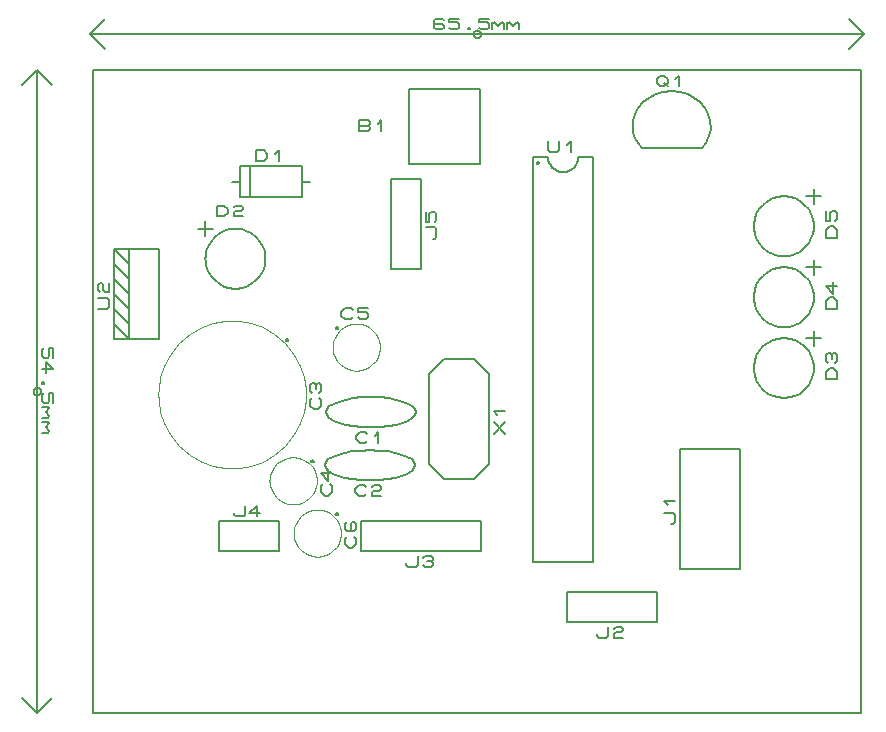
<source format=gbr>
G04 PROTEUS RS274X GERBER FILE*
%FSLAX45Y45*%
%MOMM*%
G01*
%ADD22C,0.203200*%
%ADD27C,0.120000*%
%ADD28C,0.200000*%
D22*
X+70569Y+50000D02*
X+6570569Y+50000D01*
X+6570569Y+5500000D01*
X+70569Y+5500000D01*
X+70569Y+50000D01*
X+373569Y+3219000D02*
X+627569Y+3219000D01*
X+627569Y+3981000D01*
X+373569Y+3981000D01*
X+373569Y+3219000D01*
X+246569Y+3219000D01*
X+246569Y+3981000D01*
X+373569Y+3981000D01*
X+373569Y+3219000D02*
X+246569Y+3346000D01*
X+373569Y+3346000D02*
X+246569Y+3473000D01*
X+373569Y+3473000D02*
X+246569Y+3600000D01*
X+373569Y+3600000D02*
X+246569Y+3727000D01*
X+373569Y+3727000D02*
X+246569Y+3854000D01*
X+373569Y+3854000D02*
X+246569Y+3981000D01*
X+114489Y+3473000D02*
X+190689Y+3473000D01*
X+205929Y+3488875D01*
X+205929Y+3552375D01*
X+190689Y+3568250D01*
X+114489Y+3568250D01*
X+129729Y+3615875D02*
X+114489Y+3631750D01*
X+114489Y+3679375D01*
X+129729Y+3695250D01*
X+144969Y+3695250D01*
X+160209Y+3679375D01*
X+160209Y+3631750D01*
X+175449Y+3615875D01*
X+205929Y+3615875D01*
X+205929Y+3695250D01*
D27*
X+1875569Y+2750000D02*
X+1873713Y+2798134D01*
X+1858658Y+2894404D01*
X+1827371Y+2990674D01*
X+1776966Y+3086944D01*
X+1701069Y+3183214D01*
X+1604968Y+3264807D01*
X+1508698Y+3319205D01*
X+1412428Y+3353678D01*
X+1316158Y+3371549D01*
X+1250569Y+3375000D01*
X+625569Y+2750000D02*
X+627425Y+2798134D01*
X+642480Y+2894404D01*
X+673767Y+2990674D01*
X+724172Y+3086944D01*
X+800069Y+3183214D01*
X+896170Y+3264807D01*
X+992440Y+3319205D01*
X+1088710Y+3353678D01*
X+1184980Y+3371549D01*
X+1250569Y+3375000D01*
X+625569Y+2750000D02*
X+627425Y+2701866D01*
X+642480Y+2605596D01*
X+673767Y+2509326D01*
X+724172Y+2413056D01*
X+800069Y+2316786D01*
X+896170Y+2235193D01*
X+992440Y+2180795D01*
X+1088710Y+2146322D01*
X+1184980Y+2128451D01*
X+1250569Y+2125000D01*
X+1875569Y+2750000D02*
X+1873713Y+2701866D01*
X+1858658Y+2605596D01*
X+1827371Y+2509326D01*
X+1776966Y+2413056D01*
X+1701069Y+2316786D01*
X+1604968Y+2235193D01*
X+1508698Y+2180795D01*
X+1412428Y+2146322D01*
X+1316158Y+2128451D01*
X+1250569Y+2125000D01*
D28*
X+1724569Y+3214000D02*
X+1724534Y+3214831D01*
X+1724253Y+3216495D01*
X+1723663Y+3218159D01*
X+1722699Y+3219823D01*
X+1721224Y+3221464D01*
X+1719560Y+3222665D01*
X+1717896Y+3223430D01*
X+1716232Y+3223861D01*
X+1714569Y+3224000D01*
X+1704569Y+3214000D02*
X+1704604Y+3214831D01*
X+1704885Y+3216495D01*
X+1705475Y+3218159D01*
X+1706439Y+3219823D01*
X+1707914Y+3221464D01*
X+1709578Y+3222665D01*
X+1711242Y+3223430D01*
X+1712906Y+3223861D01*
X+1714569Y+3224000D01*
X+1704569Y+3214000D02*
X+1704604Y+3213169D01*
X+1704885Y+3211505D01*
X+1705475Y+3209841D01*
X+1706439Y+3208177D01*
X+1707914Y+3206536D01*
X+1709578Y+3205335D01*
X+1711242Y+3204570D01*
X+1712906Y+3204139D01*
X+1714569Y+3204000D01*
X+1724569Y+3214000D02*
X+1724534Y+3213169D01*
X+1724253Y+3211505D01*
X+1723663Y+3209841D01*
X+1722699Y+3208177D01*
X+1721224Y+3206536D01*
X+1719560Y+3205335D01*
X+1717896Y+3204570D01*
X+1716232Y+3204139D01*
X+1714569Y+3204000D01*
D22*
X+1988249Y+2718250D02*
X+2003489Y+2702375D01*
X+2003489Y+2654750D01*
X+1973009Y+2623000D01*
X+1942529Y+2623000D01*
X+1912049Y+2654750D01*
X+1912049Y+2702375D01*
X+1927289Y+2718250D01*
X+1927289Y+2765875D02*
X+1912049Y+2781750D01*
X+1912049Y+2829375D01*
X+1927289Y+2845250D01*
X+1942529Y+2845250D01*
X+1957769Y+2829375D01*
X+1973009Y+2845250D01*
X+1988249Y+2845250D01*
X+2003489Y+2829375D01*
X+2003489Y+2781750D01*
X+1988249Y+2765875D01*
X+1957769Y+2797625D02*
X+1957769Y+2829375D01*
D27*
X+1965569Y+2020000D02*
X+1964909Y+2036239D01*
X+1959544Y+2068719D01*
X+1948344Y+2101199D01*
X+1930120Y+2133679D01*
X+1902253Y+2166005D01*
X+1869773Y+2190709D01*
X+1837293Y+2206697D01*
X+1804813Y+2216112D01*
X+1772333Y+2219886D01*
X+1765569Y+2220000D01*
X+1565569Y+2020000D02*
X+1566229Y+2036239D01*
X+1571594Y+2068719D01*
X+1582794Y+2101199D01*
X+1601018Y+2133679D01*
X+1628885Y+2166005D01*
X+1661365Y+2190709D01*
X+1693845Y+2206697D01*
X+1726325Y+2216112D01*
X+1758805Y+2219886D01*
X+1765569Y+2220000D01*
X+1565569Y+2020000D02*
X+1566229Y+2003761D01*
X+1571594Y+1971281D01*
X+1582794Y+1938801D01*
X+1601018Y+1906321D01*
X+1628885Y+1873995D01*
X+1661365Y+1849291D01*
X+1693845Y+1833303D01*
X+1726325Y+1823888D01*
X+1758805Y+1820114D01*
X+1765569Y+1820000D01*
X+1965569Y+2020000D02*
X+1964909Y+2003761D01*
X+1959544Y+1971281D01*
X+1948344Y+1938801D01*
X+1930120Y+1906321D01*
X+1902253Y+1873995D01*
X+1869773Y+1849291D01*
X+1837293Y+1833303D01*
X+1804813Y+1823888D01*
X+1772333Y+1820114D01*
X+1765569Y+1820000D01*
D28*
X+1939569Y+2184000D02*
X+1939534Y+2184831D01*
X+1939253Y+2186495D01*
X+1938663Y+2188159D01*
X+1937699Y+2189823D01*
X+1936224Y+2191464D01*
X+1934560Y+2192665D01*
X+1932896Y+2193430D01*
X+1931232Y+2193861D01*
X+1929569Y+2194000D01*
X+1919569Y+2184000D02*
X+1919604Y+2184831D01*
X+1919885Y+2186495D01*
X+1920475Y+2188159D01*
X+1921439Y+2189823D01*
X+1922914Y+2191464D01*
X+1924578Y+2192665D01*
X+1926242Y+2193430D01*
X+1927906Y+2193861D01*
X+1929569Y+2194000D01*
X+1919569Y+2184000D02*
X+1919604Y+2183169D01*
X+1919885Y+2181505D01*
X+1920475Y+2179841D01*
X+1921439Y+2178177D01*
X+1922914Y+2176536D01*
X+1924578Y+2175335D01*
X+1926242Y+2174570D01*
X+1927906Y+2174139D01*
X+1929569Y+2174000D01*
X+1939569Y+2184000D02*
X+1939534Y+2183169D01*
X+1939253Y+2181505D01*
X+1938663Y+2179841D01*
X+1937699Y+2178177D01*
X+1936224Y+2176536D01*
X+1934560Y+2175335D01*
X+1932896Y+2174570D01*
X+1931232Y+2174139D01*
X+1929569Y+2174000D01*
D22*
X+2078249Y+1988250D02*
X+2093489Y+1972375D01*
X+2093489Y+1924750D01*
X+2063009Y+1893000D01*
X+2032529Y+1893000D01*
X+2002049Y+1924750D01*
X+2002049Y+1972375D01*
X+2017289Y+1988250D01*
X+2063009Y+2115250D02*
X+2063009Y+2020000D01*
X+2002049Y+2083500D01*
X+2093489Y+2083500D01*
X+1319489Y+4417920D02*
X+1837649Y+4417920D01*
X+1837649Y+4684620D01*
X+1319489Y+4684620D01*
X+1319489Y+4417920D01*
X+1400769Y+4682080D02*
X+1400769Y+4420460D01*
X+1248369Y+4550000D02*
X+1319489Y+4550000D01*
X+1837649Y+4550000D02*
X+1908769Y+4550000D01*
X+1451569Y+4725260D02*
X+1451569Y+4816700D01*
X+1515069Y+4816700D01*
X+1546819Y+4786220D01*
X+1546819Y+4755740D01*
X+1515069Y+4725260D01*
X+1451569Y+4725260D01*
X+1610319Y+4786220D02*
X+1642069Y+4816700D01*
X+1642069Y+4725260D01*
X+1139569Y+1423000D02*
X+1647569Y+1423000D01*
X+1647569Y+1677000D01*
X+1139569Y+1677000D01*
X+1139569Y+1423000D01*
X+1266569Y+1748120D02*
X+1266569Y+1732880D01*
X+1282444Y+1717640D01*
X+1345944Y+1717640D01*
X+1361819Y+1732880D01*
X+1361819Y+1809080D01*
X+1488819Y+1748120D02*
X+1393569Y+1748120D01*
X+1457069Y+1809080D01*
X+1457069Y+1717640D01*
X+1531569Y+3900000D02*
X+1530742Y+3920483D01*
X+1524024Y+3961450D01*
X+1510006Y+4002417D01*
X+1487228Y+4043384D01*
X+1452428Y+4084229D01*
X+1411461Y+4115845D01*
X+1370494Y+4136392D01*
X+1329527Y+4148629D01*
X+1288560Y+4153762D01*
X+1277569Y+4154000D01*
X+1023569Y+3900000D02*
X+1024396Y+3920483D01*
X+1031114Y+3961450D01*
X+1045132Y+4002417D01*
X+1067910Y+4043384D01*
X+1102710Y+4084229D01*
X+1143677Y+4115845D01*
X+1184644Y+4136392D01*
X+1225611Y+4148629D01*
X+1266578Y+4153762D01*
X+1277569Y+4154000D01*
X+1023569Y+3900000D02*
X+1024396Y+3879517D01*
X+1031114Y+3838550D01*
X+1045132Y+3797583D01*
X+1067910Y+3756616D01*
X+1102710Y+3715771D01*
X+1143677Y+3684155D01*
X+1184644Y+3663608D01*
X+1225611Y+3651371D01*
X+1266578Y+3646238D01*
X+1277569Y+3646000D01*
X+1531569Y+3900000D02*
X+1530742Y+3879517D01*
X+1524024Y+3838550D01*
X+1510006Y+3797583D01*
X+1487228Y+3756616D01*
X+1452428Y+3715771D01*
X+1411461Y+3684155D01*
X+1370494Y+3663608D01*
X+1329527Y+3651371D01*
X+1288560Y+3646238D01*
X+1277569Y+3646000D01*
X+960069Y+4154000D02*
X+1087069Y+4154000D01*
X+1023569Y+4217500D02*
X+1023569Y+4090500D01*
X+1118819Y+4258140D02*
X+1118819Y+4349580D01*
X+1182319Y+4349580D01*
X+1214069Y+4319100D01*
X+1214069Y+4288620D01*
X+1182319Y+4258140D01*
X+1118819Y+4258140D01*
X+1261694Y+4334340D02*
X+1277569Y+4349580D01*
X+1325194Y+4349580D01*
X+1341069Y+4334340D01*
X+1341069Y+4319100D01*
X+1325194Y+4303860D01*
X+1277569Y+4303860D01*
X+1261694Y+4288620D01*
X+1261694Y+4258140D01*
X+1341069Y+4258140D01*
D27*
X+2500569Y+3150000D02*
X+2499909Y+3166239D01*
X+2494544Y+3198719D01*
X+2483344Y+3231199D01*
X+2465120Y+3263679D01*
X+2437253Y+3296005D01*
X+2404773Y+3320709D01*
X+2372293Y+3336697D01*
X+2339813Y+3346112D01*
X+2307333Y+3349886D01*
X+2300569Y+3350000D01*
X+2100569Y+3150000D02*
X+2101229Y+3166239D01*
X+2106594Y+3198719D01*
X+2117794Y+3231199D01*
X+2136018Y+3263679D01*
X+2163885Y+3296005D01*
X+2196365Y+3320709D01*
X+2228845Y+3336697D01*
X+2261325Y+3346112D01*
X+2293805Y+3349886D01*
X+2300569Y+3350000D01*
X+2100569Y+3150000D02*
X+2101229Y+3133761D01*
X+2106594Y+3101281D01*
X+2117794Y+3068801D01*
X+2136018Y+3036321D01*
X+2163885Y+3003995D01*
X+2196365Y+2979291D01*
X+2228845Y+2963303D01*
X+2261325Y+2953888D01*
X+2293805Y+2950114D01*
X+2300569Y+2950000D01*
X+2500569Y+3150000D02*
X+2499909Y+3133761D01*
X+2494544Y+3101281D01*
X+2483344Y+3068801D01*
X+2465120Y+3036321D01*
X+2437253Y+3003995D01*
X+2404773Y+2979291D01*
X+2372293Y+2963303D01*
X+2339813Y+2953888D01*
X+2307333Y+2950114D01*
X+2300569Y+2950000D01*
D28*
X+2146569Y+3314000D02*
X+2146534Y+3314831D01*
X+2146253Y+3316495D01*
X+2145663Y+3318159D01*
X+2144699Y+3319823D01*
X+2143224Y+3321464D01*
X+2141560Y+3322665D01*
X+2139896Y+3323430D01*
X+2138232Y+3323861D01*
X+2136569Y+3324000D01*
X+2126569Y+3314000D02*
X+2126604Y+3314831D01*
X+2126885Y+3316495D01*
X+2127475Y+3318159D01*
X+2128439Y+3319823D01*
X+2129914Y+3321464D01*
X+2131578Y+3322665D01*
X+2133242Y+3323430D01*
X+2134906Y+3323861D01*
X+2136569Y+3324000D01*
X+2126569Y+3314000D02*
X+2126604Y+3313169D01*
X+2126885Y+3311505D01*
X+2127475Y+3309841D01*
X+2128439Y+3308177D01*
X+2129914Y+3306536D01*
X+2131578Y+3305335D01*
X+2133242Y+3304570D01*
X+2134906Y+3304139D01*
X+2136569Y+3304000D01*
X+2146569Y+3314000D02*
X+2146534Y+3313169D01*
X+2146253Y+3311505D01*
X+2145663Y+3309841D01*
X+2144699Y+3308177D01*
X+2143224Y+3306536D01*
X+2141560Y+3305335D01*
X+2139896Y+3304570D01*
X+2138232Y+3304139D01*
X+2136569Y+3304000D01*
D22*
X+2268819Y+3401720D02*
X+2252944Y+3386480D01*
X+2205319Y+3386480D01*
X+2173569Y+3416960D01*
X+2173569Y+3447440D01*
X+2205319Y+3477920D01*
X+2252944Y+3477920D01*
X+2268819Y+3462680D01*
X+2395819Y+3477920D02*
X+2316444Y+3477920D01*
X+2316444Y+3447440D01*
X+2379944Y+3447440D01*
X+2395819Y+3432200D01*
X+2395819Y+3401720D01*
X+2379944Y+3386480D01*
X+2332319Y+3386480D01*
X+2316444Y+3401720D01*
D27*
X+2170569Y+1575000D02*
X+2169909Y+1591239D01*
X+2164544Y+1623719D01*
X+2153344Y+1656199D01*
X+2135120Y+1688679D01*
X+2107253Y+1721005D01*
X+2074773Y+1745709D01*
X+2042293Y+1761697D01*
X+2009813Y+1771112D01*
X+1977333Y+1774886D01*
X+1970569Y+1775000D01*
X+1770569Y+1575000D02*
X+1771229Y+1591239D01*
X+1776594Y+1623719D01*
X+1787794Y+1656199D01*
X+1806018Y+1688679D01*
X+1833885Y+1721005D01*
X+1866365Y+1745709D01*
X+1898845Y+1761697D01*
X+1931325Y+1771112D01*
X+1963805Y+1774886D01*
X+1970569Y+1775000D01*
X+1770569Y+1575000D02*
X+1771229Y+1558761D01*
X+1776594Y+1526281D01*
X+1787794Y+1493801D01*
X+1806018Y+1461321D01*
X+1833885Y+1428995D01*
X+1866365Y+1404291D01*
X+1898845Y+1388303D01*
X+1931325Y+1378888D01*
X+1963805Y+1375114D01*
X+1970569Y+1375000D01*
X+2170569Y+1575000D02*
X+2169909Y+1558761D01*
X+2164544Y+1526281D01*
X+2153344Y+1493801D01*
X+2135120Y+1461321D01*
X+2107253Y+1428995D01*
X+2074773Y+1404291D01*
X+2042293Y+1388303D01*
X+2009813Y+1378888D01*
X+1977333Y+1375114D01*
X+1970569Y+1375000D01*
D28*
X+2144569Y+1739000D02*
X+2144534Y+1739831D01*
X+2144253Y+1741495D01*
X+2143663Y+1743159D01*
X+2142699Y+1744823D01*
X+2141224Y+1746464D01*
X+2139560Y+1747665D01*
X+2137896Y+1748430D01*
X+2136232Y+1748861D01*
X+2134569Y+1749000D01*
X+2124569Y+1739000D02*
X+2124604Y+1739831D01*
X+2124885Y+1741495D01*
X+2125475Y+1743159D01*
X+2126439Y+1744823D01*
X+2127914Y+1746464D01*
X+2129578Y+1747665D01*
X+2131242Y+1748430D01*
X+2132906Y+1748861D01*
X+2134569Y+1749000D01*
X+2124569Y+1739000D02*
X+2124604Y+1738169D01*
X+2124885Y+1736505D01*
X+2125475Y+1734841D01*
X+2126439Y+1733177D01*
X+2127914Y+1731536D01*
X+2129578Y+1730335D01*
X+2131242Y+1729570D01*
X+2132906Y+1729139D01*
X+2134569Y+1729000D01*
X+2144569Y+1739000D02*
X+2144534Y+1738169D01*
X+2144253Y+1736505D01*
X+2143663Y+1734841D01*
X+2142699Y+1733177D01*
X+2141224Y+1731536D01*
X+2139560Y+1730335D01*
X+2137896Y+1729570D01*
X+2136232Y+1729139D01*
X+2134569Y+1729000D01*
D22*
X+2283249Y+1543250D02*
X+2298489Y+1527375D01*
X+2298489Y+1479750D01*
X+2268009Y+1448000D01*
X+2237529Y+1448000D01*
X+2207049Y+1479750D01*
X+2207049Y+1527375D01*
X+2222289Y+1543250D01*
X+2222289Y+1670250D02*
X+2207049Y+1654375D01*
X+2207049Y+1606750D01*
X+2222289Y+1590875D01*
X+2283249Y+1590875D01*
X+2298489Y+1606750D01*
X+2298489Y+1654375D01*
X+2283249Y+1670250D01*
X+2268009Y+1670250D01*
X+2252769Y+1654375D01*
X+2252769Y+1590875D01*
X+3797569Y+4761500D02*
X+3797569Y+1332500D01*
X+4305569Y+1332500D01*
X+4305569Y+4761500D01*
X+3797569Y+4761500D02*
X+3924569Y+4761500D01*
X+4305569Y+4761500D02*
X+4178569Y+4761500D01*
X+3924569Y+4761500D02*
X+3927096Y+4735532D01*
X+3934367Y+4711518D01*
X+3945917Y+4689923D01*
X+3961280Y+4671211D01*
X+3979992Y+4655847D01*
X+4001588Y+4644298D01*
X+4025602Y+4637027D01*
X+4051569Y+4634500D01*
X+4178569Y+4761500D02*
X+4176042Y+4735532D01*
X+4168771Y+4711518D01*
X+4157221Y+4689923D01*
X+4141858Y+4671211D01*
X+4123146Y+4655847D01*
X+4101551Y+4644298D01*
X+4077537Y+4637027D01*
X+4051569Y+4634500D01*
X+3845393Y+4710700D02*
X+3845368Y+4711297D01*
X+3845166Y+4712493D01*
X+3844742Y+4713689D01*
X+3844048Y+4714885D01*
X+3842988Y+4716064D01*
X+3841792Y+4716927D01*
X+3840596Y+4717476D01*
X+3839400Y+4717785D01*
X+3838209Y+4717884D01*
X+3831025Y+4710700D02*
X+3831050Y+4711297D01*
X+3831252Y+4712493D01*
X+3831676Y+4713689D01*
X+3832370Y+4714885D01*
X+3833430Y+4716064D01*
X+3834626Y+4716927D01*
X+3835822Y+4717476D01*
X+3837018Y+4717785D01*
X+3838209Y+4717884D01*
X+3831025Y+4710700D02*
X+3831050Y+4710103D01*
X+3831252Y+4708907D01*
X+3831676Y+4707711D01*
X+3832370Y+4706515D01*
X+3833430Y+4705336D01*
X+3834626Y+4704473D01*
X+3835822Y+4703924D01*
X+3837018Y+4703615D01*
X+3838209Y+4703516D01*
X+3845393Y+4710700D02*
X+3845368Y+4710103D01*
X+3845166Y+4708907D01*
X+3844742Y+4707711D01*
X+3844048Y+4706515D01*
X+3842988Y+4705336D01*
X+3841792Y+4704473D01*
X+3840596Y+4703924D01*
X+3839400Y+4703615D01*
X+3838209Y+4703516D01*
X+3924569Y+4893580D02*
X+3924569Y+4817380D01*
X+3940444Y+4802140D01*
X+4003944Y+4802140D01*
X+4019819Y+4817380D01*
X+4019819Y+4893580D01*
X+4083319Y+4863100D02*
X+4115069Y+4893580D01*
X+4115069Y+4802140D01*
X+3424569Y+2927000D02*
X+3424569Y+2165000D01*
X+3297569Y+2038000D01*
X+3043569Y+2038000D01*
X+2916569Y+2165000D01*
X+2916569Y+2927000D01*
X+3043569Y+3054000D01*
X+3297569Y+3054000D01*
X+3424569Y+2927000D01*
X+3465209Y+2419000D02*
X+3556649Y+2514250D01*
X+3556649Y+2419000D02*
X+3465209Y+2514250D01*
X+3495689Y+2577750D02*
X+3465209Y+2609500D01*
X+3556649Y+2609500D01*
X+2805569Y+2600000D02*
X+2798053Y+2574124D01*
X+2776399Y+2550152D01*
X+2741945Y+2528562D01*
X+2696032Y+2509830D01*
X+2639998Y+2494431D01*
X+2575183Y+2482842D01*
X+2502927Y+2475540D01*
X+2424569Y+2473000D01*
X+2043569Y+2600000D02*
X+2051189Y+2574124D01*
X+2073096Y+2550152D01*
X+2107863Y+2528562D01*
X+2154059Y+2509830D01*
X+2210256Y+2494431D01*
X+2275026Y+2482842D01*
X+2346940Y+2475540D01*
X+2424569Y+2473000D01*
X+2043569Y+2600000D02*
X+2051189Y+2625876D01*
X+2073096Y+2649848D01*
X+2107863Y+2671438D01*
X+2154059Y+2690170D01*
X+2210256Y+2705569D01*
X+2275026Y+2717158D01*
X+2346940Y+2724460D01*
X+2424569Y+2727000D01*
X+2805569Y+2600000D02*
X+2798053Y+2625876D01*
X+2776399Y+2649848D01*
X+2741945Y+2671438D01*
X+2696032Y+2690170D01*
X+2639998Y+2705569D01*
X+2575183Y+2717158D01*
X+2502927Y+2724460D01*
X+2424569Y+2727000D01*
X+2392819Y+2356160D02*
X+2376944Y+2340920D01*
X+2329319Y+2340920D01*
X+2297569Y+2371400D01*
X+2297569Y+2401880D01*
X+2329319Y+2432360D01*
X+2376944Y+2432360D01*
X+2392819Y+2417120D01*
X+2456319Y+2401880D02*
X+2488069Y+2432360D01*
X+2488069Y+2340920D01*
X+2797569Y+2150000D02*
X+2790053Y+2124124D01*
X+2768399Y+2100152D01*
X+2733945Y+2078562D01*
X+2688032Y+2059830D01*
X+2631998Y+2044431D01*
X+2567183Y+2032842D01*
X+2494927Y+2025540D01*
X+2416569Y+2023000D01*
X+2035569Y+2150000D02*
X+2043189Y+2124124D01*
X+2065096Y+2100152D01*
X+2099863Y+2078562D01*
X+2146059Y+2059830D01*
X+2202256Y+2044431D01*
X+2267026Y+2032842D01*
X+2338940Y+2025540D01*
X+2416569Y+2023000D01*
X+2035569Y+2150000D02*
X+2043189Y+2175876D01*
X+2065096Y+2199848D01*
X+2099863Y+2221438D01*
X+2146059Y+2240170D01*
X+2202256Y+2255569D01*
X+2267026Y+2267158D01*
X+2338940Y+2274460D01*
X+2416569Y+2277000D01*
X+2797569Y+2150000D02*
X+2790053Y+2175876D01*
X+2768399Y+2199848D01*
X+2733945Y+2221438D01*
X+2688032Y+2240170D01*
X+2631998Y+2255569D01*
X+2567183Y+2267158D01*
X+2494927Y+2274460D01*
X+2416569Y+2277000D01*
X+2384819Y+1906160D02*
X+2368944Y+1890920D01*
X+2321319Y+1890920D01*
X+2289569Y+1921400D01*
X+2289569Y+1951880D01*
X+2321319Y+1982360D01*
X+2368944Y+1982360D01*
X+2384819Y+1967120D01*
X+2432444Y+1967120D02*
X+2448319Y+1982360D01*
X+2495944Y+1982360D01*
X+2511819Y+1967120D01*
X+2511819Y+1951880D01*
X+2495944Y+1936640D01*
X+2448319Y+1936640D01*
X+2432444Y+1921400D01*
X+2432444Y+1890920D01*
X+2511819Y+1890920D01*
X+4716569Y+4834900D02*
X+5224569Y+4834900D01*
X+4640369Y+5000000D02*
X+4645132Y+4961702D01*
X+4659419Y+4922212D01*
X+4683232Y+4880342D01*
X+4716569Y+4834900D01*
X+4640369Y+5000000D02*
X+4643000Y+5064918D01*
X+4659481Y+5124953D01*
X+4688408Y+5178942D01*
X+4728376Y+5225722D01*
X+4777981Y+5264131D01*
X+4835818Y+5293005D01*
X+4900482Y+5311183D01*
X+4970569Y+5317500D01*
X+5300769Y+5000000D02*
X+5296006Y+4961702D01*
X+5281719Y+4922212D01*
X+5257906Y+4880342D01*
X+5224569Y+4834900D01*
X+5300769Y+5000000D02*
X+5298138Y+5064918D01*
X+5281657Y+5124953D01*
X+5252730Y+5178942D01*
X+5212762Y+5225722D01*
X+5163157Y+5264131D01*
X+5105320Y+5293005D01*
X+5040656Y+5311183D01*
X+4970569Y+5317500D01*
X+4843569Y+5419100D02*
X+4875319Y+5449580D01*
X+4907069Y+5449580D01*
X+4938819Y+5419100D01*
X+4938819Y+5388620D01*
X+4907069Y+5358140D01*
X+4875319Y+5358140D01*
X+4843569Y+5388620D01*
X+4843569Y+5419100D01*
X+4907069Y+5388620D02*
X+4938819Y+5358140D01*
X+5002319Y+5419100D02*
X+5034069Y+5449580D01*
X+5034069Y+5358140D01*
X+6174569Y+2973000D02*
X+6173742Y+2993483D01*
X+6167024Y+3034450D01*
X+6153006Y+3075417D01*
X+6130228Y+3116384D01*
X+6095428Y+3157229D01*
X+6054461Y+3188845D01*
X+6013494Y+3209392D01*
X+5972527Y+3221629D01*
X+5931560Y+3226762D01*
X+5920569Y+3227000D01*
X+5666569Y+2973000D02*
X+5667396Y+2993483D01*
X+5674114Y+3034450D01*
X+5688132Y+3075417D01*
X+5710910Y+3116384D01*
X+5745710Y+3157229D01*
X+5786677Y+3188845D01*
X+5827644Y+3209392D01*
X+5868611Y+3221629D01*
X+5909578Y+3226762D01*
X+5920569Y+3227000D01*
X+5666569Y+2973000D02*
X+5667396Y+2952517D01*
X+5674114Y+2911550D01*
X+5688132Y+2870583D01*
X+5710910Y+2829616D01*
X+5745710Y+2788771D01*
X+5786677Y+2757155D01*
X+5827644Y+2736608D01*
X+5868611Y+2724371D01*
X+5909578Y+2719238D01*
X+5920569Y+2719000D01*
X+6174569Y+2973000D02*
X+6173742Y+2952517D01*
X+6167024Y+2911550D01*
X+6153006Y+2870583D01*
X+6130228Y+2829616D01*
X+6095428Y+2788771D01*
X+6054461Y+2757155D01*
X+6013494Y+2736608D01*
X+5972527Y+2724371D01*
X+5931560Y+2719238D01*
X+5920569Y+2719000D01*
X+6174569Y+3290500D02*
X+6174569Y+3163500D01*
X+6238069Y+3227000D02*
X+6111069Y+3227000D01*
X+6370149Y+2877750D02*
X+6278709Y+2877750D01*
X+6278709Y+2941250D01*
X+6309189Y+2973000D01*
X+6339669Y+2973000D01*
X+6370149Y+2941250D01*
X+6370149Y+2877750D01*
X+6293949Y+3020625D02*
X+6278709Y+3036500D01*
X+6278709Y+3084125D01*
X+6293949Y+3100000D01*
X+6309189Y+3100000D01*
X+6324429Y+3084125D01*
X+6339669Y+3100000D01*
X+6354909Y+3100000D01*
X+6370149Y+3084125D01*
X+6370149Y+3036500D01*
X+6354909Y+3020625D01*
X+6324429Y+3052375D02*
X+6324429Y+3084125D01*
X+6174569Y+3573000D02*
X+6173742Y+3593483D01*
X+6167024Y+3634450D01*
X+6153006Y+3675417D01*
X+6130228Y+3716384D01*
X+6095428Y+3757229D01*
X+6054461Y+3788845D01*
X+6013494Y+3809392D01*
X+5972527Y+3821629D01*
X+5931560Y+3826762D01*
X+5920569Y+3827000D01*
X+5666569Y+3573000D02*
X+5667396Y+3593483D01*
X+5674114Y+3634450D01*
X+5688132Y+3675417D01*
X+5710910Y+3716384D01*
X+5745710Y+3757229D01*
X+5786677Y+3788845D01*
X+5827644Y+3809392D01*
X+5868611Y+3821629D01*
X+5909578Y+3826762D01*
X+5920569Y+3827000D01*
X+5666569Y+3573000D02*
X+5667396Y+3552517D01*
X+5674114Y+3511550D01*
X+5688132Y+3470583D01*
X+5710910Y+3429616D01*
X+5745710Y+3388771D01*
X+5786677Y+3357155D01*
X+5827644Y+3336608D01*
X+5868611Y+3324371D01*
X+5909578Y+3319238D01*
X+5920569Y+3319000D01*
X+6174569Y+3573000D02*
X+6173742Y+3552517D01*
X+6167024Y+3511550D01*
X+6153006Y+3470583D01*
X+6130228Y+3429616D01*
X+6095428Y+3388771D01*
X+6054461Y+3357155D01*
X+6013494Y+3336608D01*
X+5972527Y+3324371D01*
X+5931560Y+3319238D01*
X+5920569Y+3319000D01*
X+6174569Y+3890500D02*
X+6174569Y+3763500D01*
X+6238069Y+3827000D02*
X+6111069Y+3827000D01*
X+6370149Y+3477750D02*
X+6278709Y+3477750D01*
X+6278709Y+3541250D01*
X+6309189Y+3573000D01*
X+6339669Y+3573000D01*
X+6370149Y+3541250D01*
X+6370149Y+3477750D01*
X+6339669Y+3700000D02*
X+6339669Y+3604750D01*
X+6278709Y+3668250D01*
X+6370149Y+3668250D01*
X+6174569Y+4173000D02*
X+6173742Y+4193483D01*
X+6167024Y+4234450D01*
X+6153006Y+4275417D01*
X+6130228Y+4316384D01*
X+6095428Y+4357229D01*
X+6054461Y+4388845D01*
X+6013494Y+4409392D01*
X+5972527Y+4421629D01*
X+5931560Y+4426762D01*
X+5920569Y+4427000D01*
X+5666569Y+4173000D02*
X+5667396Y+4193483D01*
X+5674114Y+4234450D01*
X+5688132Y+4275417D01*
X+5710910Y+4316384D01*
X+5745710Y+4357229D01*
X+5786677Y+4388845D01*
X+5827644Y+4409392D01*
X+5868611Y+4421629D01*
X+5909578Y+4426762D01*
X+5920569Y+4427000D01*
X+5666569Y+4173000D02*
X+5667396Y+4152517D01*
X+5674114Y+4111550D01*
X+5688132Y+4070583D01*
X+5710910Y+4029616D01*
X+5745710Y+3988771D01*
X+5786677Y+3957155D01*
X+5827644Y+3936608D01*
X+5868611Y+3924371D01*
X+5909578Y+3919238D01*
X+5920569Y+3919000D01*
X+6174569Y+4173000D02*
X+6173742Y+4152517D01*
X+6167024Y+4111550D01*
X+6153006Y+4070583D01*
X+6130228Y+4029616D01*
X+6095428Y+3988771D01*
X+6054461Y+3957155D01*
X+6013494Y+3936608D01*
X+5972527Y+3924371D01*
X+5931560Y+3919238D01*
X+5920569Y+3919000D01*
X+6174569Y+4490500D02*
X+6174569Y+4363500D01*
X+6238069Y+4427000D02*
X+6111069Y+4427000D01*
X+6370149Y+4077750D02*
X+6278709Y+4077750D01*
X+6278709Y+4141250D01*
X+6309189Y+4173000D01*
X+6339669Y+4173000D01*
X+6370149Y+4141250D01*
X+6370149Y+4077750D01*
X+6278709Y+4300000D02*
X+6278709Y+4220625D01*
X+6309189Y+4220625D01*
X+6309189Y+4284125D01*
X+6324429Y+4300000D01*
X+6354909Y+4300000D01*
X+6370149Y+4284125D01*
X+6370149Y+4236500D01*
X+6354909Y+4220625D01*
X+5039569Y+1273000D02*
X+5547569Y+1273000D01*
X+5547569Y+2289000D01*
X+5039569Y+2289000D01*
X+5039569Y+1273000D01*
X+4968449Y+1654000D02*
X+4983689Y+1654000D01*
X+4998929Y+1669875D01*
X+4998929Y+1733375D01*
X+4983689Y+1749250D01*
X+4907489Y+1749250D01*
X+4937969Y+1812750D02*
X+4907489Y+1844500D01*
X+4998929Y+1844500D01*
X+2593569Y+3815000D02*
X+2847569Y+3815000D01*
X+2847569Y+4577000D01*
X+2593569Y+4577000D01*
X+2593569Y+3815000D01*
X+2949169Y+4069000D02*
X+2964409Y+4069000D01*
X+2979649Y+4084875D01*
X+2979649Y+4148375D01*
X+2964409Y+4164250D01*
X+2888209Y+4164250D01*
X+2888209Y+4291250D02*
X+2888209Y+4211875D01*
X+2918689Y+4211875D01*
X+2918689Y+4275375D01*
X+2933929Y+4291250D01*
X+2964409Y+4291250D01*
X+2979649Y+4275375D01*
X+2979649Y+4227750D01*
X+2964409Y+4211875D01*
X+2343569Y+1423000D02*
X+3359569Y+1423000D01*
X+3359569Y+1677000D01*
X+2343569Y+1677000D01*
X+2343569Y+1423000D01*
X+2724569Y+1321400D02*
X+2724569Y+1306160D01*
X+2740444Y+1290920D01*
X+2803944Y+1290920D01*
X+2819819Y+1306160D01*
X+2819819Y+1382360D01*
X+2867444Y+1367120D02*
X+2883319Y+1382360D01*
X+2930944Y+1382360D01*
X+2946819Y+1367120D01*
X+2946819Y+1351880D01*
X+2930944Y+1336640D01*
X+2946819Y+1321400D01*
X+2946819Y+1306160D01*
X+2930944Y+1290920D01*
X+2883319Y+1290920D01*
X+2867444Y+1306160D01*
X+2899194Y+1336640D02*
X+2930944Y+1336640D01*
X+4085569Y+823000D02*
X+4847569Y+823000D01*
X+4847569Y+1077000D01*
X+4085569Y+1077000D01*
X+4085569Y+823000D01*
X+4339569Y+721400D02*
X+4339569Y+706160D01*
X+4355444Y+690920D01*
X+4418944Y+690920D01*
X+4434819Y+706160D01*
X+4434819Y+782360D01*
X+4482444Y+767120D02*
X+4498319Y+782360D01*
X+4545944Y+782360D01*
X+4561819Y+767120D01*
X+4561819Y+751880D01*
X+4545944Y+736640D01*
X+4498319Y+736640D01*
X+4482444Y+721400D01*
X+4482444Y+690920D01*
X+4561819Y+690920D01*
X+2750000Y+4700000D02*
X+3350000Y+4700000D01*
X+3350000Y+5340000D01*
X+2750000Y+5340000D01*
X+2750000Y+4700000D01*
X+2323000Y+4980640D02*
X+2323000Y+5072080D01*
X+2402375Y+5072080D01*
X+2418250Y+5056840D01*
X+2418250Y+5041600D01*
X+2402375Y+5026360D01*
X+2418250Y+5011120D01*
X+2418250Y+4995880D01*
X+2402375Y+4980640D01*
X+2323000Y+4980640D01*
X+2323000Y+5026360D02*
X+2402375Y+5026360D01*
X+2481750Y+5041600D02*
X+2513500Y+5072080D01*
X+2513500Y+4980640D01*
X+50000Y+5800000D02*
X+6600000Y+5800000D01*
X+50000Y+5800000D02*
X+177000Y+5673000D01*
X+50000Y+5800000D02*
X+177000Y+5927000D01*
X+6600000Y+5800000D02*
X+6473000Y+5927000D01*
X+6600000Y+5800000D02*
X+6473000Y+5673000D01*
X+3356750Y+5800000D02*
X+3356641Y+5802634D01*
X+3355751Y+5807903D01*
X+3353889Y+5813172D01*
X+3350846Y+5818441D01*
X+3346191Y+5823643D01*
X+3340922Y+5827469D01*
X+3335653Y+5829909D01*
X+3330384Y+5831290D01*
X+3325115Y+5831750D01*
X+3325000Y+5831750D01*
X+3293250Y+5800000D02*
X+3293359Y+5802634D01*
X+3294249Y+5807903D01*
X+3296111Y+5813172D01*
X+3299154Y+5818441D01*
X+3303809Y+5823643D01*
X+3309078Y+5827469D01*
X+3314347Y+5829909D01*
X+3319616Y+5831290D01*
X+3324885Y+5831750D01*
X+3325000Y+5831750D01*
X+3293250Y+5800000D02*
X+3293359Y+5797366D01*
X+3294249Y+5792097D01*
X+3296111Y+5786828D01*
X+3299154Y+5781559D01*
X+3303809Y+5776357D01*
X+3309078Y+5772531D01*
X+3314347Y+5770091D01*
X+3319616Y+5768710D01*
X+3324885Y+5768250D01*
X+3325000Y+5768250D01*
X+3356750Y+5800000D02*
X+3356641Y+5797366D01*
X+3355751Y+5792097D01*
X+3353889Y+5786828D01*
X+3350846Y+5781559D01*
X+3346191Y+5776357D01*
X+3340922Y+5772531D01*
X+3335653Y+5770091D01*
X+3330384Y+5768710D01*
X+3325115Y+5768250D01*
X+3325000Y+5768250D01*
X+3039250Y+5916840D02*
X+3023375Y+5932080D01*
X+2975750Y+5932080D01*
X+2959875Y+5916840D01*
X+2959875Y+5855880D01*
X+2975750Y+5840640D01*
X+3023375Y+5840640D01*
X+3039250Y+5855880D01*
X+3039250Y+5871120D01*
X+3023375Y+5886360D01*
X+2959875Y+5886360D01*
X+3166250Y+5932080D02*
X+3086875Y+5932080D01*
X+3086875Y+5901600D01*
X+3150375Y+5901600D01*
X+3166250Y+5886360D01*
X+3166250Y+5855880D01*
X+3150375Y+5840640D01*
X+3102750Y+5840640D01*
X+3086875Y+5855880D01*
X+3245625Y+5855880D02*
X+3261500Y+5855880D01*
X+3261500Y+5840640D01*
X+3245625Y+5840640D01*
X+3245625Y+5855880D01*
X+3420250Y+5932080D02*
X+3340875Y+5932080D01*
X+3340875Y+5901600D01*
X+3404375Y+5901600D01*
X+3420250Y+5886360D01*
X+3420250Y+5855880D01*
X+3404375Y+5840640D01*
X+3356750Y+5840640D01*
X+3340875Y+5855880D01*
X+3452000Y+5840640D02*
X+3452000Y+5901600D01*
X+3452000Y+5886360D02*
X+3467875Y+5901600D01*
X+3499625Y+5871120D01*
X+3531375Y+5901600D01*
X+3547250Y+5886360D01*
X+3547250Y+5840640D01*
X+3579000Y+5840640D02*
X+3579000Y+5901600D01*
X+3579000Y+5886360D02*
X+3594875Y+5901600D01*
X+3626625Y+5871120D01*
X+3658375Y+5901600D01*
X+3674250Y+5886360D01*
X+3674250Y+5840640D01*
X-400000Y+5500000D02*
X-400000Y+50000D01*
X-400000Y+5500000D02*
X-527000Y+5373000D01*
X-400000Y+5500000D02*
X-273000Y+5373000D01*
X-400000Y+50000D02*
X-273000Y+177000D01*
X-400000Y+50000D02*
X-527000Y+177000D01*
X-368250Y+2775000D02*
X-368359Y+2777634D01*
X-369249Y+2782903D01*
X-371111Y+2788172D01*
X-374154Y+2793441D01*
X-378809Y+2798643D01*
X-384078Y+2802469D01*
X-389347Y+2804909D01*
X-394616Y+2806290D01*
X-399885Y+2806750D01*
X-400000Y+2806750D01*
X-431750Y+2775000D02*
X-431641Y+2777634D01*
X-430751Y+2782903D01*
X-428889Y+2788172D01*
X-425846Y+2793441D01*
X-421191Y+2798643D01*
X-415922Y+2802469D01*
X-410653Y+2804909D01*
X-405384Y+2806290D01*
X-400115Y+2806750D01*
X-400000Y+2806750D01*
X-431750Y+2775000D02*
X-431641Y+2772366D01*
X-430751Y+2767097D01*
X-428889Y+2761828D01*
X-425846Y+2756559D01*
X-421191Y+2751357D01*
X-415922Y+2747531D01*
X-410653Y+2745091D01*
X-405384Y+2743710D01*
X-400115Y+2743250D01*
X-400000Y+2743250D01*
X-368250Y+2775000D02*
X-368359Y+2772366D01*
X-369249Y+2767097D01*
X-371111Y+2761828D01*
X-374154Y+2756559D01*
X-378809Y+2751357D01*
X-384078Y+2747531D01*
X-389347Y+2745091D01*
X-394616Y+2743710D01*
X-399885Y+2743250D01*
X-400000Y+2743250D01*
X-267920Y+3060750D02*
X-267920Y+3140125D01*
X-298400Y+3140125D01*
X-298400Y+3076625D01*
X-313640Y+3060750D01*
X-344120Y+3060750D01*
X-359360Y+3076625D01*
X-359360Y+3124250D01*
X-344120Y+3140125D01*
X-328880Y+2933750D02*
X-328880Y+3029000D01*
X-267920Y+2965500D01*
X-359360Y+2965500D01*
X-344120Y+2854375D02*
X-344120Y+2838500D01*
X-359360Y+2838500D01*
X-359360Y+2854375D01*
X-344120Y+2854375D01*
X-267920Y+2679750D02*
X-267920Y+2759125D01*
X-298400Y+2759125D01*
X-298400Y+2695625D01*
X-313640Y+2679750D01*
X-344120Y+2679750D01*
X-359360Y+2695625D01*
X-359360Y+2743250D01*
X-344120Y+2759125D01*
X-359360Y+2648000D02*
X-298400Y+2648000D01*
X-313640Y+2648000D02*
X-298400Y+2632125D01*
X-328880Y+2600375D01*
X-298400Y+2568625D01*
X-313640Y+2552750D01*
X-359360Y+2552750D01*
X-359360Y+2521000D02*
X-298400Y+2521000D01*
X-313640Y+2521000D02*
X-298400Y+2505125D01*
X-328880Y+2473375D01*
X-298400Y+2441625D01*
X-313640Y+2425750D01*
X-359360Y+2425750D01*
M02*

</source>
